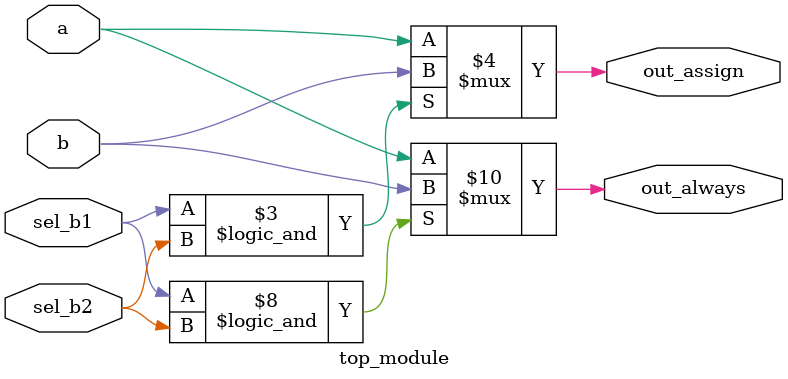
<source format=v>
module top_module(
    input a,
    input b,
    input sel_b1,
    input sel_b2,
    output wire out_assign,
    output reg out_always   ); 
    
    assign out_assign=(sel_b1==1'b1&& sel_b2==1'b1)?b:a;
    always @ (*) begin
        if (sel_b1==1'b1 && sel_b2==1'b1)begin
           out_always=b;
        end
         else begin
             out_always=a;
        end  
    end
endmodule

</source>
